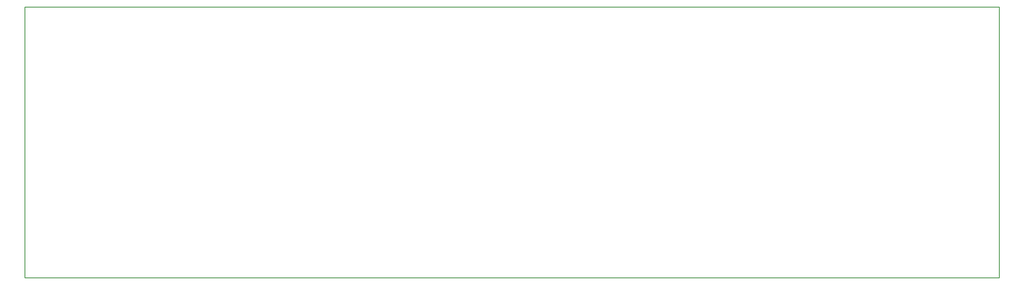
<source format=gbr>
G04 EAGLE Gerber RS-274X export*
G75*
%MOMM*%
%FSLAX34Y34*%
%LPD*%
%IN*%
%IPPOS*%
%AMOC8*
5,1,8,0,0,1.08239X$1,22.5*%
G01*
%ADD10C,0.254000*%


D10*
X0Y0D02*
X3060700Y0D01*
X3060700Y850900D01*
X0Y850900D01*
X0Y0D01*
M02*

</source>
